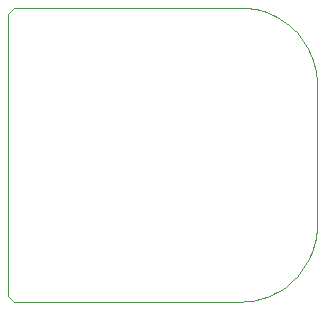
<source format=gbp>
G75*
G70*
%OFA0B0*%
%FSLAX24Y24*%
%IPPOS*%
%LPD*%
%AMOC8*
5,1,8,0,0,1.08239X$1,22.5*
%
%ADD10C,0.0000*%
D10*
X001606Y001227D02*
X001806Y001027D01*
X009406Y001027D01*
X009527Y001033D01*
X009648Y001044D01*
X009768Y001061D01*
X009888Y001083D01*
X010006Y001111D01*
X010122Y001145D01*
X010237Y001184D01*
X010350Y001229D01*
X010461Y001279D01*
X010569Y001334D01*
X010674Y001394D01*
X010776Y001459D01*
X010876Y001529D01*
X010971Y001604D01*
X011063Y001683D01*
X011152Y001766D01*
X011236Y001854D01*
X011316Y001945D01*
X011391Y002040D01*
X011462Y002139D01*
X011528Y002241D01*
X011589Y002346D01*
X011645Y002453D01*
X011696Y002563D01*
X011741Y002676D01*
X011782Y002790D01*
X011816Y002907D01*
X011845Y003025D01*
X011869Y003144D01*
X011887Y003264D01*
X011899Y003384D01*
X011905Y003506D01*
X011906Y003627D01*
X011906Y008227D01*
X011905Y008348D01*
X011899Y008470D01*
X011887Y008590D01*
X011869Y008710D01*
X011845Y008829D01*
X011816Y008947D01*
X011782Y009064D01*
X011741Y009178D01*
X011696Y009291D01*
X011645Y009401D01*
X011589Y009508D01*
X011528Y009613D01*
X011462Y009715D01*
X011391Y009814D01*
X011316Y009909D01*
X011236Y010000D01*
X011152Y010088D01*
X011063Y010171D01*
X010971Y010250D01*
X010876Y010325D01*
X010776Y010395D01*
X010674Y010460D01*
X010569Y010520D01*
X010461Y010575D01*
X010350Y010625D01*
X010237Y010670D01*
X010122Y010709D01*
X010006Y010743D01*
X009888Y010771D01*
X009768Y010793D01*
X009648Y010810D01*
X009527Y010821D01*
X009406Y010827D01*
X001806Y010827D01*
X001606Y010627D01*
X001606Y001227D01*
M02*

</source>
